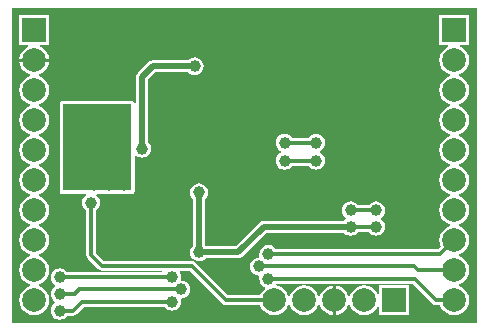
<source format=gbl>
G04 Layer_Physical_Order=2*
G04 Layer_Color=16711680*
%FSLAX44Y44*%
%MOMM*%
G71*
G01*
G75*
%ADD23C,0.3000*%
%ADD24C,0.5000*%
%ADD28R,2.0000X2.0000*%
%ADD29C,2.0000*%
%ADD30R,2.0000X2.0000*%
%ADD31C,1.0000*%
%ADD32R,5.8420X7.3660*%
G36*
X400050Y6350D02*
X6350D01*
Y273050D01*
X400050D01*
Y6350D01*
D02*
G37*
%LPC*%
G36*
X304800Y38048D02*
X301526Y37617D01*
X298476Y36354D01*
X295856Y34344D01*
X293846Y31724D01*
X292787Y29167D01*
X291413D01*
X290354Y31724D01*
X288344Y34344D01*
X285724Y36354D01*
X282674Y37617D01*
X280670Y37881D01*
Y25400D01*
Y12919D01*
X282674Y13183D01*
X285724Y14446D01*
X288344Y16456D01*
X290354Y19076D01*
X291413Y21633D01*
X292787D01*
X293846Y19076D01*
X295856Y16456D01*
X298476Y14446D01*
X301526Y13183D01*
X304800Y12752D01*
X308074Y13183D01*
X311124Y14446D01*
X313744Y16456D01*
X315754Y19076D01*
X316390Y20612D01*
X317660Y20359D01*
Y12860D01*
X342740D01*
Y37940D01*
X317660D01*
Y30440D01*
X316390Y30188D01*
X315754Y31724D01*
X313744Y34344D01*
X311124Y36354D01*
X308074Y37617D01*
X304800Y38048D01*
D02*
G37*
G36*
X37881Y227330D02*
X12919D01*
X13183Y225326D01*
X14446Y222276D01*
X16456Y219656D01*
X19076Y217646D01*
X21633Y216587D01*
Y215213D01*
X19076Y214154D01*
X16456Y212144D01*
X14446Y209524D01*
X13183Y206474D01*
X12752Y203200D01*
X13183Y199926D01*
X14446Y196876D01*
X16456Y194256D01*
X19076Y192246D01*
X21633Y191187D01*
Y189813D01*
X19076Y188754D01*
X16456Y186744D01*
X14446Y184124D01*
X13183Y181074D01*
X12752Y177800D01*
X13183Y174526D01*
X14446Y171476D01*
X16456Y168856D01*
X19076Y166846D01*
X21633Y165787D01*
Y164413D01*
X19076Y163354D01*
X16456Y161344D01*
X14446Y158724D01*
X13183Y155674D01*
X12752Y152400D01*
X13183Y149126D01*
X14446Y146076D01*
X16456Y143456D01*
X19076Y141446D01*
X21633Y140387D01*
Y139013D01*
X19076Y137954D01*
X16456Y135944D01*
X14446Y133324D01*
X13183Y130274D01*
X12752Y127000D01*
X13183Y123726D01*
X14446Y120676D01*
X16456Y118056D01*
X19076Y116046D01*
X21633Y114987D01*
Y113613D01*
X19076Y112554D01*
X16456Y110544D01*
X14446Y107924D01*
X13183Y104874D01*
X12752Y101600D01*
X13183Y98326D01*
X14446Y95276D01*
X16456Y92656D01*
X19076Y90646D01*
X21633Y89587D01*
Y88213D01*
X19076Y87154D01*
X16456Y85144D01*
X14446Y82524D01*
X13183Y79474D01*
X12752Y76200D01*
X13183Y72926D01*
X14446Y69876D01*
X16456Y67256D01*
X19076Y65246D01*
X21633Y64187D01*
Y62813D01*
X19076Y61754D01*
X16456Y59744D01*
X14446Y57124D01*
X13183Y54074D01*
X12752Y50800D01*
X13183Y47526D01*
X14446Y44476D01*
X16456Y41856D01*
X19076Y39846D01*
X21633Y38787D01*
Y37413D01*
X19076Y36354D01*
X16456Y34344D01*
X14446Y31724D01*
X13183Y28674D01*
X12752Y25400D01*
X13183Y22126D01*
X14446Y19076D01*
X16456Y16456D01*
X19076Y14446D01*
X22126Y13183D01*
X25400Y12752D01*
X28674Y13183D01*
X31724Y14446D01*
X34344Y16456D01*
X36354Y19076D01*
X37617Y22126D01*
X38048Y25400D01*
X37617Y28674D01*
X36354Y31724D01*
X34344Y34344D01*
X31724Y36354D01*
X29167Y37413D01*
Y38787D01*
X31724Y39846D01*
X34344Y41856D01*
X36354Y44476D01*
X37617Y47526D01*
X38048Y50800D01*
X37617Y54074D01*
X36354Y57124D01*
X34344Y59744D01*
X31724Y61754D01*
X29167Y62813D01*
Y64187D01*
X31724Y65246D01*
X34344Y67256D01*
X36354Y69876D01*
X37617Y72926D01*
X38048Y76200D01*
X37617Y79474D01*
X36354Y82524D01*
X34344Y85144D01*
X31724Y87154D01*
X29167Y88213D01*
Y89587D01*
X31724Y90646D01*
X34344Y92656D01*
X36354Y95276D01*
X37617Y98326D01*
X38048Y101600D01*
X37617Y104874D01*
X36354Y107924D01*
X34344Y110544D01*
X31724Y112554D01*
X29167Y113613D01*
Y114987D01*
X31724Y116046D01*
X34344Y118056D01*
X36354Y120676D01*
X37617Y123726D01*
X38048Y127000D01*
X37617Y130274D01*
X36354Y133324D01*
X34344Y135944D01*
X31724Y137954D01*
X29167Y139013D01*
Y140387D01*
X31724Y141446D01*
X34344Y143456D01*
X36354Y146076D01*
X37617Y149126D01*
X38048Y152400D01*
X37617Y155674D01*
X36354Y158724D01*
X34344Y161344D01*
X31724Y163354D01*
X29167Y164413D01*
Y165787D01*
X31724Y166846D01*
X34344Y168856D01*
X36354Y171476D01*
X37617Y174526D01*
X38048Y177800D01*
X37617Y181074D01*
X36354Y184124D01*
X34344Y186744D01*
X31724Y188754D01*
X29167Y189813D01*
Y191187D01*
X31724Y192246D01*
X34344Y194256D01*
X36354Y196876D01*
X37617Y199926D01*
X38048Y203200D01*
X37617Y206474D01*
X36354Y209524D01*
X34344Y212144D01*
X31724Y214154D01*
X29167Y215213D01*
Y216587D01*
X31724Y217646D01*
X34344Y219656D01*
X36354Y222276D01*
X37617Y225326D01*
X37881Y227330D01*
D02*
G37*
G36*
X165100Y124445D02*
X163132Y124186D01*
X161297Y123426D01*
X159722Y122218D01*
X158514Y120642D01*
X157754Y118808D01*
X157495Y116840D01*
X157754Y114872D01*
X158514Y113038D01*
X159722Y111462D01*
X159961Y111279D01*
Y71601D01*
X159722Y71418D01*
X158514Y69843D01*
X157754Y68008D01*
X157495Y66040D01*
X157754Y64072D01*
X158514Y62238D01*
X159722Y60662D01*
X161297Y59454D01*
X163132Y58694D01*
X165100Y58435D01*
X167068Y58694D01*
X168902Y59454D01*
X170478Y60662D01*
X170661Y60901D01*
X198120D01*
X200086Y61292D01*
X201754Y62406D01*
X221838Y82491D01*
X287809D01*
X287992Y82252D01*
X289568Y81044D01*
X291402Y80284D01*
X293370Y80025D01*
X295338Y80284D01*
X297173Y81044D01*
X298748Y82252D01*
X299713Y83511D01*
X308617D01*
X309582Y82252D01*
X311157Y81044D01*
X312992Y80284D01*
X314960Y80025D01*
X316928Y80284D01*
X318762Y81044D01*
X320338Y82252D01*
X321546Y83827D01*
X322306Y85662D01*
X322565Y87630D01*
X322306Y89598D01*
X321546Y91433D01*
X320338Y93008D01*
X319250Y93842D01*
X319165Y94046D01*
Y95184D01*
X319250Y95388D01*
X320338Y96222D01*
X321546Y97797D01*
X322306Y99632D01*
X322565Y101600D01*
X322306Y103568D01*
X321546Y105402D01*
X320338Y106978D01*
X318762Y108186D01*
X316928Y108946D01*
X314960Y109205D01*
X312992Y108946D01*
X311157Y108186D01*
X309582Y106978D01*
X308617Y105719D01*
X299713D01*
X298748Y106978D01*
X297173Y108186D01*
X295338Y108946D01*
X293370Y109205D01*
X291402Y108946D01*
X289568Y108186D01*
X287992Y106978D01*
X286784Y105402D01*
X286024Y103568D01*
X285765Y101600D01*
X286024Y99632D01*
X286784Y97797D01*
X287992Y96222D01*
X289080Y95388D01*
X289165Y95184D01*
Y94046D01*
X289080Y93842D01*
X287992Y93008D01*
X287809Y92769D01*
X219710D01*
X217743Y92378D01*
X216076Y91264D01*
X195991Y71179D01*
X170661D01*
X170478Y71418D01*
X170239Y71601D01*
Y111279D01*
X170478Y111462D01*
X171686Y113038D01*
X172446Y114872D01*
X172705Y116840D01*
X172446Y118808D01*
X171686Y120642D01*
X170478Y122218D01*
X168902Y123426D01*
X167068Y124186D01*
X165100Y124445D01*
D02*
G37*
G36*
X37940Y266540D02*
X12860D01*
Y241460D01*
X20359D01*
X20612Y240190D01*
X19076Y239554D01*
X16456Y237544D01*
X14446Y234924D01*
X13183Y231874D01*
X12919Y229870D01*
X37881D01*
X37617Y231874D01*
X36354Y234924D01*
X34344Y237544D01*
X31724Y239554D01*
X30188Y240190D01*
X30440Y241460D01*
X37940D01*
Y266540D01*
D02*
G37*
G36*
X393540D02*
X368460D01*
Y241460D01*
X375960D01*
X376212Y240190D01*
X374676Y239554D01*
X372056Y237544D01*
X370046Y234924D01*
X368783Y231874D01*
X368352Y228600D01*
X368783Y225326D01*
X370046Y222276D01*
X372056Y219656D01*
X374676Y217646D01*
X377233Y216587D01*
Y215213D01*
X374676Y214154D01*
X372056Y212144D01*
X370046Y209524D01*
X368783Y206474D01*
X368352Y203200D01*
X368783Y199926D01*
X370046Y196876D01*
X372056Y194256D01*
X374676Y192246D01*
X377233Y191187D01*
Y189813D01*
X374676Y188754D01*
X372056Y186744D01*
X370046Y184124D01*
X368783Y181074D01*
X368352Y177800D01*
X368783Y174526D01*
X370046Y171476D01*
X372056Y168856D01*
X374676Y166846D01*
X377233Y165787D01*
Y164413D01*
X374676Y163354D01*
X372056Y161344D01*
X370046Y158724D01*
X368783Y155674D01*
X368352Y152400D01*
X368783Y149126D01*
X370046Y146076D01*
X372056Y143456D01*
X374676Y141446D01*
X377233Y140387D01*
Y139013D01*
X374676Y137954D01*
X372056Y135944D01*
X370046Y133324D01*
X368783Y130274D01*
X368352Y127000D01*
X368783Y123726D01*
X370046Y120676D01*
X372056Y118056D01*
X374676Y116046D01*
X377233Y114987D01*
Y113613D01*
X374676Y112554D01*
X372056Y110544D01*
X370046Y107924D01*
X368783Y104874D01*
X368352Y101600D01*
X368783Y98326D01*
X370046Y95276D01*
X372056Y92656D01*
X374676Y90646D01*
X377233Y89587D01*
Y88213D01*
X374676Y87154D01*
X372056Y85144D01*
X370046Y82524D01*
X368783Y79474D01*
X368352Y76200D01*
X368783Y72926D01*
X369696Y70721D01*
X367564Y68589D01*
X229903D01*
X228938Y69848D01*
X227363Y71056D01*
X225528Y71816D01*
X223560Y72075D01*
X221592Y71816D01*
X219757Y71056D01*
X218182Y69848D01*
X216974Y68273D01*
X216214Y66438D01*
X215955Y64470D01*
X216165Y62872D01*
X215906Y62221D01*
X215215Y61594D01*
X213712Y61396D01*
X211877Y60636D01*
X210302Y59428D01*
X209094Y57853D01*
X208334Y56018D01*
X208075Y54050D01*
X208334Y52082D01*
X209094Y50248D01*
X210302Y48672D01*
X211877Y47464D01*
X213712Y46704D01*
X215215Y46506D01*
X215906Y45879D01*
X216165Y45228D01*
X215955Y43630D01*
X216214Y41662D01*
X216974Y39827D01*
X218182Y38252D01*
X219757Y37044D01*
X220622Y36686D01*
X220814Y35232D01*
X219656Y34344D01*
X217646Y31724D01*
X216733Y29519D01*
X189666D01*
X161663Y57523D01*
X160326Y58416D01*
X158750Y58729D01*
X84256D01*
X77779Y65206D01*
Y101607D01*
X79038Y102572D01*
X80246Y104148D01*
X81006Y105982D01*
X81265Y107950D01*
X81006Y109918D01*
X80246Y111753D01*
X79038Y113328D01*
X77835Y114250D01*
X78266Y115520D01*
X107950D01*
X108941Y115717D01*
X109781Y116279D01*
X110343Y117119D01*
X110540Y118110D01*
Y147544D01*
X111810Y148026D01*
X113038Y147084D01*
X114872Y146324D01*
X116840Y146065D01*
X118808Y146324D01*
X120642Y147084D01*
X122218Y148292D01*
X123426Y149867D01*
X124186Y151702D01*
X124445Y153670D01*
X124186Y155638D01*
X123426Y157472D01*
X122218Y159048D01*
X121979Y159231D01*
Y212502D01*
X127858Y218381D01*
X155729D01*
X155912Y218142D01*
X157487Y216934D01*
X159322Y216174D01*
X161290Y215915D01*
X163258Y216174D01*
X165093Y216934D01*
X166668Y218142D01*
X167876Y219718D01*
X168636Y221552D01*
X168895Y223520D01*
X168636Y225488D01*
X167876Y227323D01*
X166668Y228898D01*
X165093Y230106D01*
X163258Y230866D01*
X161290Y231125D01*
X159322Y230866D01*
X157487Y230106D01*
X155912Y228898D01*
X155729Y228659D01*
X125730D01*
X123764Y228268D01*
X122096Y227154D01*
X113206Y218264D01*
X112092Y216597D01*
X111701Y214630D01*
Y192440D01*
X110431Y192315D01*
X110343Y192761D01*
X109781Y193601D01*
X108941Y194163D01*
X107950Y194360D01*
X49530D01*
X48539Y194163D01*
X47699Y193601D01*
X47137Y192761D01*
X46940Y191770D01*
Y118110D01*
X47137Y117119D01*
X47699Y116279D01*
X48539Y115717D01*
X49530Y115520D01*
X69054D01*
X69485Y114250D01*
X68282Y113328D01*
X67074Y111753D01*
X66314Y109918D01*
X66055Y107950D01*
X66314Y105982D01*
X67074Y104148D01*
X68282Y102572D01*
X69541Y101607D01*
Y63500D01*
X69854Y61924D01*
X70747Y60587D01*
X79637Y51697D01*
X80974Y50804D01*
X82550Y50491D01*
X134023D01*
X134729Y49221D01*
X134647Y49089D01*
X53333D01*
X52368Y50348D01*
X50792Y51556D01*
X48958Y52316D01*
X46990Y52575D01*
X45022Y52316D01*
X43187Y51556D01*
X41612Y50348D01*
X40404Y48773D01*
X39644Y46938D01*
X39385Y44970D01*
X39644Y43002D01*
X40404Y41167D01*
X41612Y39592D01*
X42919Y38590D01*
X43036Y38041D01*
Y37669D01*
X42919Y37120D01*
X41612Y36118D01*
X40404Y34543D01*
X39644Y32708D01*
X39385Y30740D01*
X39644Y28772D01*
X40404Y26937D01*
X41612Y25362D01*
X42919Y24360D01*
X43036Y23811D01*
Y23439D01*
X42919Y22890D01*
X41612Y21888D01*
X40404Y20312D01*
X39644Y18478D01*
X39385Y16510D01*
X39644Y14542D01*
X40404Y12708D01*
X41612Y11132D01*
X43187Y9924D01*
X45022Y9164D01*
X46990Y8905D01*
X48958Y9164D01*
X50792Y9924D01*
X52368Y11132D01*
X53333Y12391D01*
X58420D01*
X59996Y12704D01*
X61333Y13597D01*
X67746Y20011D01*
X135897D01*
X136862Y18752D01*
X138438Y17544D01*
X140272Y16784D01*
X142240Y16525D01*
X144208Y16784D01*
X146042Y17544D01*
X147618Y18752D01*
X148826Y20327D01*
X149586Y22162D01*
X149845Y24130D01*
X149635Y25728D01*
X149894Y26379D01*
X150585Y27006D01*
X152088Y27204D01*
X153923Y27964D01*
X155498Y29172D01*
X156706Y30747D01*
X157466Y32582D01*
X157725Y34550D01*
X157466Y36518D01*
X156706Y38352D01*
X155498Y39928D01*
X153923Y41136D01*
X152088Y41896D01*
X150585Y42094D01*
X149894Y42722D01*
X149635Y43372D01*
X149845Y44970D01*
X149586Y46938D01*
X148826Y48773D01*
X148482Y49221D01*
X149108Y50491D01*
X157044D01*
X185047Y22487D01*
X186384Y21594D01*
X187960Y21281D01*
X216733D01*
X217646Y19076D01*
X219656Y16456D01*
X222276Y14446D01*
X225326Y13183D01*
X228600Y12752D01*
X231874Y13183D01*
X234924Y14446D01*
X237544Y16456D01*
X239554Y19076D01*
X240613Y21633D01*
X241987D01*
X243046Y19076D01*
X245056Y16456D01*
X247676Y14446D01*
X250726Y13183D01*
X254000Y12752D01*
X257274Y13183D01*
X260324Y14446D01*
X262944Y16456D01*
X264954Y19076D01*
X266013Y21633D01*
X267387D01*
X268446Y19076D01*
X270456Y16456D01*
X273076Y14446D01*
X276126Y13183D01*
X278130Y12919D01*
Y25400D01*
Y37881D01*
X276126Y37617D01*
X273076Y36354D01*
X270456Y34344D01*
X268446Y31724D01*
X267387Y29167D01*
X266013D01*
X264954Y31724D01*
X262944Y34344D01*
X260324Y36354D01*
X257274Y37617D01*
X254000Y38048D01*
X250726Y37617D01*
X247676Y36354D01*
X245056Y34344D01*
X243046Y31724D01*
X241987Y29167D01*
X240613D01*
X239554Y31724D01*
X237544Y34344D01*
X234924Y36354D01*
X231874Y37617D01*
X231219Y37703D01*
X230601Y39066D01*
X230899Y39511D01*
X345824D01*
X362847Y22487D01*
X364184Y21594D01*
X365760Y21281D01*
X369133D01*
X370046Y19076D01*
X372056Y16456D01*
X374676Y14446D01*
X377726Y13183D01*
X381000Y12752D01*
X384274Y13183D01*
X387324Y14446D01*
X389944Y16456D01*
X391954Y19076D01*
X393217Y22126D01*
X393648Y25400D01*
X393217Y28674D01*
X391954Y31724D01*
X389944Y34344D01*
X387324Y36354D01*
X384767Y37413D01*
Y38787D01*
X387324Y39846D01*
X389944Y41856D01*
X391954Y44476D01*
X393217Y47526D01*
X393648Y50800D01*
X393217Y54074D01*
X391954Y57124D01*
X389944Y59744D01*
X387324Y61754D01*
X384767Y62813D01*
Y64187D01*
X387324Y65246D01*
X389944Y67256D01*
X391954Y69876D01*
X393217Y72926D01*
X393648Y76200D01*
X393217Y79474D01*
X391954Y82524D01*
X389944Y85144D01*
X387324Y87154D01*
X384767Y88213D01*
Y89587D01*
X387324Y90646D01*
X389944Y92656D01*
X391954Y95276D01*
X393217Y98326D01*
X393648Y101600D01*
X393217Y104874D01*
X391954Y107924D01*
X389944Y110544D01*
X387324Y112554D01*
X384767Y113613D01*
Y114987D01*
X387324Y116046D01*
X389944Y118056D01*
X391954Y120676D01*
X393217Y123726D01*
X393648Y127000D01*
X393217Y130274D01*
X391954Y133324D01*
X389944Y135944D01*
X387324Y137954D01*
X384767Y139013D01*
Y140387D01*
X387324Y141446D01*
X389944Y143456D01*
X391954Y146076D01*
X393217Y149126D01*
X393648Y152400D01*
X393217Y155674D01*
X391954Y158724D01*
X389944Y161344D01*
X387324Y163354D01*
X384767Y164413D01*
Y165787D01*
X387324Y166846D01*
X389944Y168856D01*
X391954Y171476D01*
X393217Y174526D01*
X393648Y177800D01*
X393217Y181074D01*
X391954Y184124D01*
X389944Y186744D01*
X387324Y188754D01*
X384767Y189813D01*
Y191187D01*
X387324Y192246D01*
X389944Y194256D01*
X391954Y196876D01*
X393217Y199926D01*
X393648Y203200D01*
X393217Y206474D01*
X391954Y209524D01*
X389944Y212144D01*
X387324Y214154D01*
X384767Y215213D01*
Y216587D01*
X387324Y217646D01*
X389944Y219656D01*
X391954Y222276D01*
X393217Y225326D01*
X393648Y228600D01*
X393217Y231874D01*
X391954Y234924D01*
X389944Y237544D01*
X387324Y239554D01*
X385788Y240190D01*
X386040Y241460D01*
X393540D01*
Y266540D01*
D02*
G37*
G36*
X264160Y166355D02*
X262192Y166096D01*
X260357Y165336D01*
X258782Y164128D01*
X257817Y162869D01*
X243833D01*
X242868Y164128D01*
X241292Y165336D01*
X239458Y166096D01*
X237490Y166355D01*
X235522Y166096D01*
X233687Y165336D01*
X232112Y164128D01*
X230904Y162553D01*
X230144Y160718D01*
X229885Y158750D01*
X230144Y156782D01*
X230904Y154948D01*
X232112Y153372D01*
X233687Y152164D01*
X234524Y151817D01*
Y150443D01*
X233687Y150096D01*
X232112Y148888D01*
X230904Y147312D01*
X230144Y145478D01*
X229885Y143510D01*
X230144Y141542D01*
X230904Y139707D01*
X232112Y138132D01*
X233687Y136924D01*
X235522Y136164D01*
X237490Y135905D01*
X239458Y136164D01*
X241292Y136924D01*
X242868Y138132D01*
X243833Y139391D01*
X257817D01*
X258782Y138132D01*
X260357Y136924D01*
X262192Y136164D01*
X264160Y135905D01*
X266128Y136164D01*
X267962Y136924D01*
X269538Y138132D01*
X270746Y139707D01*
X271506Y141542D01*
X271765Y143510D01*
X271506Y145478D01*
X270746Y147312D01*
X269538Y148888D01*
X267962Y150096D01*
X267126Y150443D01*
Y151817D01*
X267962Y152164D01*
X269538Y153372D01*
X270746Y154948D01*
X271506Y156782D01*
X271765Y158750D01*
X271506Y160718D01*
X270746Y162553D01*
X269538Y164128D01*
X267962Y165336D01*
X266128Y166096D01*
X264160Y166355D01*
D02*
G37*
%LPD*%
D23*
X369270Y64470D02*
X381000Y76200D01*
X223560Y64470D02*
X369270D01*
X365760Y25400D02*
X381000D01*
X347530Y43630D02*
X365760Y25400D01*
X223560Y43630D02*
X347530D01*
X350520Y50800D02*
X381000D01*
X347270Y54050D02*
X350520Y50800D01*
X215680Y54050D02*
X347270D01*
X187960Y25400D02*
X228600D01*
X158750Y54610D02*
X187960Y25400D01*
X82550Y54610D02*
X158750D01*
X73660Y63500D02*
X82550Y54610D01*
X73660Y63500D02*
Y107950D01*
X237490Y143510D02*
X264160D01*
X237490Y158750D02*
X264160D01*
X46990Y16510D02*
X58420D01*
X66040Y24130D01*
X46990Y30740D02*
X59950D01*
X63760Y34550D01*
X150120D01*
X46990Y44970D02*
X142240D01*
X66040Y24130D02*
X142240D01*
X293370Y87630D02*
X314960D01*
X293370Y101600D02*
X314960D01*
D24*
X219710Y87630D02*
X293370D01*
X198120Y66040D02*
X219710Y87630D01*
X165100Y66040D02*
X198120D01*
X165100D02*
Y116840D01*
X125730Y223520D02*
X161290D01*
X116840Y214630D02*
X125730Y223520D01*
X116840Y153670D02*
Y214630D01*
D28*
X330200Y25400D02*
D03*
D29*
X304800D02*
D03*
X279400D02*
D03*
X254000D02*
D03*
X228600D02*
D03*
X381000D02*
D03*
Y50800D02*
D03*
Y76200D02*
D03*
Y101600D02*
D03*
Y127000D02*
D03*
Y228600D02*
D03*
Y203200D02*
D03*
Y177800D02*
D03*
Y152400D02*
D03*
X25400Y25400D02*
D03*
Y50800D02*
D03*
Y76200D02*
D03*
Y101600D02*
D03*
Y127000D02*
D03*
Y228600D02*
D03*
Y203200D02*
D03*
Y177800D02*
D03*
Y152400D02*
D03*
D30*
X381000Y254000D02*
D03*
X25400D02*
D03*
D31*
X156930Y239000D02*
D03*
X76200Y123190D02*
D03*
X88900D02*
D03*
X101600D02*
D03*
Y184150D02*
D03*
X88900D02*
D03*
X76200D02*
D03*
X64220Y220850D02*
D03*
X147090Y117250D02*
D03*
X250700Y201210D02*
D03*
X87920Y203490D02*
D03*
X165100Y116840D02*
D03*
X223520Y135890D02*
D03*
X120650Y93980D02*
D03*
X165100Y66040D02*
D03*
X215680Y54050D02*
D03*
X223560Y43630D02*
D03*
Y64470D02*
D03*
X161290Y223520D02*
D03*
X116840Y153670D02*
D03*
X73660Y107950D02*
D03*
X264160Y143510D02*
D03*
X237490D02*
D03*
X264160Y158750D02*
D03*
X237490D02*
D03*
X46990Y30740D02*
D03*
Y44970D02*
D03*
Y16510D02*
D03*
X142240Y24130D02*
D03*
X183810Y11090D02*
D03*
X314960Y87630D02*
D03*
X293370D02*
D03*
Y101600D02*
D03*
X314960D02*
D03*
X142240Y44970D02*
D03*
X150120Y34550D02*
D03*
D32*
X78740Y154940D02*
D03*
M02*

</source>
